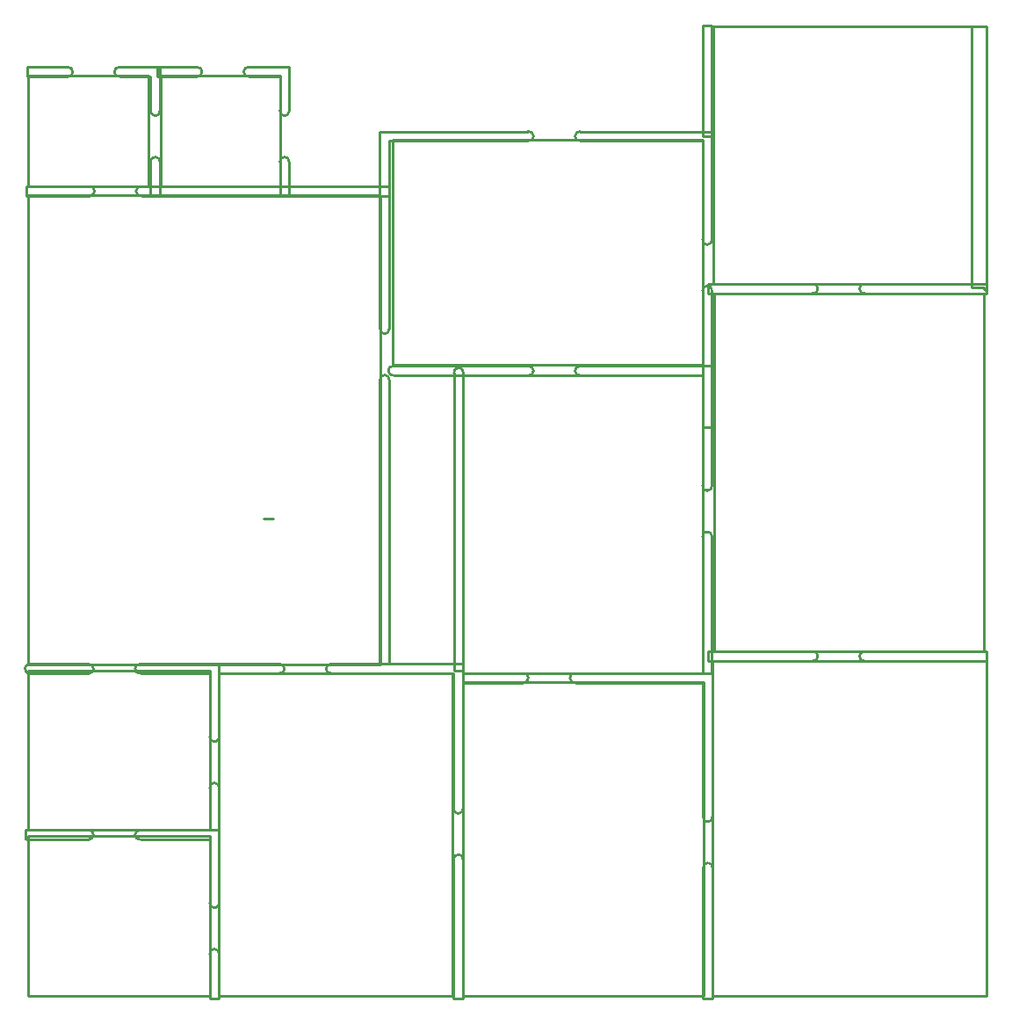
<source format=gko>
G04*
G04 #@! TF.GenerationSoftware,Altium Limited,Altium Designer,20.1.8 (145)*
G04*
G04 Layer_Color=16711935*
%FSLAX25Y25*%
%MOIN*%
G70*
G04*
G04 #@! TF.SameCoordinates,B35A1E83-565F-458B-9861-D0C388072C63*
G04*
G04*
G04 #@! TF.FilePolarity,Positive*
G04*
G01*
G75*
%ADD13C,0.01000*%
D13*
X165097Y236365D02*
G03*
X161554Y236365I-1772J197D01*
G01*
X297638Y266535D02*
G03*
X297638Y270079I197J1772D01*
G01*
X317334D02*
G03*
X317334Y266535I-197J-1772D01*
G01*
X138583Y238976D02*
G03*
X138583Y235433I-197J-1772D01*
G01*
X95472Y335827D02*
G03*
X99016Y335827I1772J-197D01*
G01*
Y316339D02*
G03*
X95472Y316339I-1772J197D01*
G01*
X63976Y348819D02*
G03*
X63976Y352362I197J1772D01*
G01*
X83672D02*
G03*
X83672Y348819I-197J-1772D01*
G01*
X34657Y352362D02*
G03*
X34657Y348819I-197J-1772D01*
G01*
X14961D02*
G03*
X14961Y352362I197J1772D01*
G01*
X50000Y316339D02*
G03*
X46457Y316339I-1772J197D01*
G01*
Y335827D02*
G03*
X50000Y335827I1772J-197D01*
G01*
X259449Y267520D02*
G03*
X255906Y267520I-1772J197D01*
G01*
Y287008D02*
G03*
X259449Y287008I1772J-197D01*
G01*
X209460Y327953D02*
G03*
X209460Y324409I-197J-1772D01*
G01*
X189764D02*
G03*
X189764Y327953I197J1772D01*
G01*
X317334Y130709D02*
G03*
X317334Y127165I-197J-1772D01*
G01*
X297638D02*
G03*
X297638Y130709I197J1772D01*
G01*
X259449Y174213D02*
G03*
X255906Y174213I-1772J197D01*
G01*
Y193701D02*
G03*
X259449Y193701I1772J-197D01*
G01*
X209460Y238976D02*
G03*
X209460Y235433I-197J-1772D01*
G01*
X189764D02*
G03*
X189764Y238976I197J1772D01*
G01*
X137008Y233662D02*
G03*
X133465Y233662I-1772J197D01*
G01*
Y253150D02*
G03*
X137008Y253150I1772J-197D01*
G01*
X42924Y307087D02*
G03*
X42924Y303543I-197J-1772D01*
G01*
X23228D02*
G03*
X23228Y307087I197J1772D01*
G01*
X259646Y48622D02*
G03*
X256102Y48622I-1772J197D01*
G01*
Y68110D02*
G03*
X259646Y68110I1772J-197D01*
G01*
X207491Y122441D02*
G03*
X207491Y118898I-197J-1772D01*
G01*
X187795D02*
G03*
X187795Y122441I197J1772D01*
G01*
X95276Y122441D02*
G03*
X95276Y125984I197J1772D01*
G01*
X72441Y122441D02*
G03*
X72441Y125984I-12916805J1772D01*
G01*
X114972D02*
G03*
X114972Y122441I-197J-1772D01*
G01*
X161417Y71260D02*
G03*
X164961Y71260I1772J-197D01*
G01*
Y51772D02*
G03*
X161417Y51772I-1772J197D01*
G01*
X22835Y122441D02*
G03*
X22835Y125984I197J1772D01*
G01*
X0D02*
G03*
X0Y122441I722J-1772D01*
G01*
X42531Y125984D02*
G03*
X42531Y122441I-197J-1772D01*
G01*
X68898Y98425D02*
G03*
X72441Y98425I1772J-197D01*
G01*
Y78937D02*
G03*
X68898Y78937I-1772J197D01*
G01*
X72441Y15945D02*
G03*
X68898Y15945I-1772J197D01*
G01*
Y35433D02*
G03*
X72441Y35433I1772J-197D01*
G01*
X42531Y62992D02*
G03*
X42531Y59449I-197J-1772D01*
G01*
X-787D02*
G03*
X-787Y62992I-12916805J1772D01*
G01*
X22835Y59449D02*
G03*
X22835Y62992I197J1772D01*
G01*
X255906Y122441D02*
Y174213D01*
X259449Y122441D02*
Y174213D01*
X207491Y122441D02*
X259646D01*
X363779Y272180D02*
Y275308D01*
Y267520D02*
Y270648D01*
Y290819D02*
Y293947D01*
Y286159D02*
Y289287D01*
Y290819D01*
Y270648D02*
Y272180D01*
Y365376D02*
Y367717D01*
Y360716D02*
Y363844D01*
Y365376D01*
Y342077D02*
Y349865D01*
Y360716D01*
Y275308D02*
Y286159D01*
Y293947D02*
Y342077D01*
X357874Y367717D02*
X363779D01*
X255906Y368110D02*
X259449D01*
Y325984D02*
Y368110D01*
X255906Y325984D02*
X259449D01*
X255906D02*
Y368110D01*
X357874Y268898D02*
X362402D01*
X363779Y267520D01*
X357874Y293307D02*
Y367717D01*
X317334Y270079D02*
X363779D01*
Y266535D02*
Y270079D01*
X357874Y268898D02*
Y293307D01*
X165097Y123622D02*
Y236365D01*
X161554Y123622D02*
Y236365D01*
Y123622D02*
X165097D01*
X152463Y125984D02*
X164961D01*
X114972D02*
X127469D01*
X257874Y266535D02*
X297638D01*
X257874Y270079D02*
X297638D01*
X317334Y266535D02*
X363779D01*
X257874D02*
Y270079D01*
X363779Y127165D02*
Y130709D01*
X137008Y303543D02*
Y307087D01*
X42924D02*
X137008D01*
Y324409D01*
X189764D01*
X137008Y253150D02*
Y298425D01*
Y305512D01*
X133465Y303543D02*
Y327953D01*
Y303543D02*
X137008D01*
X95472Y335827D02*
Y348819D01*
X99016Y335827D02*
Y352362D01*
Y303937D02*
Y316339D01*
X95472Y303937D02*
Y316339D01*
Y303937D02*
X99016D01*
X83672Y352362D02*
X99016D01*
X49016Y352362D02*
X63976D01*
X83672Y348819D02*
X95472D01*
X49016D02*
X63976D01*
X49016D02*
Y352362D01*
X-394Y348819D02*
Y352362D01*
Y348819D02*
X14961D01*
X34657D02*
X46457D01*
X-394Y352362D02*
X14961D01*
X34657Y352362D02*
X50000D01*
X46457Y303937D02*
X50000D01*
X46457D02*
Y316339D01*
X50000Y303937D02*
Y316339D01*
Y335827D02*
Y352362D01*
X46457Y335827D02*
Y348819D01*
X209460Y324409D02*
X255906D01*
Y287008D02*
Y324410D01*
Y215748D02*
X259449D01*
X255906D02*
Y267520D01*
X259449Y215748D02*
Y267520D01*
X209460Y327953D02*
X259449D01*
Y287008D02*
Y327953D01*
X133465Y327953D02*
X189764D01*
X257874Y127165D02*
Y130709D01*
X317334Y130709D02*
X363779D01*
X317334Y127165D02*
X363779D01*
X257874Y130709D02*
X297638D01*
X257874Y127165D02*
X297638D01*
X259449Y193701D02*
Y238976D01*
X255906Y193701D02*
Y235433D01*
X209460Y238976D02*
X259449D01*
X209460Y235433D02*
X255906D01*
Y122441D02*
X259449D01*
X138583Y238976D02*
X189764D01*
X138583Y235433D02*
X189764D01*
X133465Y125984D02*
X137008D01*
X-787Y303543D02*
Y307087D01*
X89370Y181102D02*
X92913D01*
X133465Y125984D02*
Y233662D01*
X137008Y125984D02*
Y233662D01*
X133465Y253150D02*
Y303543D01*
X42924Y303543D02*
X133465D01*
X-787Y307087D02*
X23228D01*
X-787Y303543D02*
X23228D01*
X164961Y118898D02*
Y122441D01*
X256102Y-787D02*
X259646D01*
X256102D02*
Y48622D01*
X259646Y-787D02*
Y48622D01*
Y68110D02*
Y122441D01*
X256102Y68110D02*
Y118898D01*
X207491Y118898D02*
X256102D01*
X164961Y122441D02*
X187795D01*
X164961Y118898D02*
X187795D01*
X72441Y122441D02*
X95276D01*
X72441Y125984D02*
X95276D01*
X114972Y122441D02*
X161417D01*
X161417Y71260D02*
Y122441D01*
X164961Y71260D02*
Y125984D01*
X127469D02*
X152463D01*
X164961Y-787D02*
Y51772D01*
X161417Y-787D02*
Y51772D01*
Y-787D02*
X164961D01*
X0Y122441D02*
X22835D01*
X0Y125984D02*
X22835D01*
X42531Y122441D02*
X68898D01*
Y98425D02*
Y122441D01*
X72441Y98425D02*
Y125591D01*
X42531Y125984D02*
X72441D01*
Y62992D02*
Y78937D01*
X68898Y62992D02*
Y78937D01*
Y62992D02*
X72441D01*
X68898Y-787D02*
X72441D01*
X68898D02*
Y15945D01*
X72441Y-787D02*
X72441Y-787D01*
Y15945D01*
Y62599D02*
Y62992D01*
X42531D02*
X72441D01*
Y35433D02*
Y62599D01*
X68898Y35433D02*
Y59449D01*
X42531D02*
X68898D01*
X-787Y62992D02*
X22835D01*
X-787Y59449D02*
X22835D01*
X255906Y239370D02*
X138189D01*
Y324803D01*
X255906D02*
X138189D01*
X255906Y239370D02*
Y324803D01*
X72441Y0D02*
Y122441D01*
X161024D01*
Y0D02*
Y122441D01*
X72441Y0D02*
X161024D01*
X259646Y0D02*
Y127165D01*
X363583D01*
Y0D02*
Y127165D01*
X259646Y0D02*
X363583D01*
X362598Y266535D02*
Y130709D01*
X260236D01*
Y266535D02*
Y130709D01*
X362598Y266535D02*
X260236D01*
X357874Y367717D02*
Y270079D01*
X259842D01*
Y367717D02*
Y270079D01*
X357874Y367717D02*
X259842D01*
X164961Y0D02*
Y119291D01*
X256299D01*
Y0D02*
Y119291D01*
X164961Y0D02*
X256299D01*
X87Y125929D02*
Y303882D01*
X133551D01*
Y125929D02*
Y303882D01*
X87Y125929D02*
X133551D01*
X255905Y235441D02*
Y122449D01*
X164961D01*
Y235441D02*
Y122449D01*
X255905Y235441D02*
X164961D01*
X45500Y307087D02*
X0D01*
Y349087D01*
X45500D02*
X0D01*
X45500Y307087D02*
Y349087D01*
X50169D02*
X95669D01*
Y307087D01*
X50169D02*
X95669D01*
X50169Y349087D02*
Y307087D01*
X-0Y62992D02*
Y123622D01*
X68897D01*
Y62992D02*
Y123622D01*
X-0Y62992D02*
X68897D01*
X0Y0D02*
Y60630D01*
X68898D01*
Y0D02*
Y60630D01*
X0Y0D02*
X68898D01*
M02*

</source>
